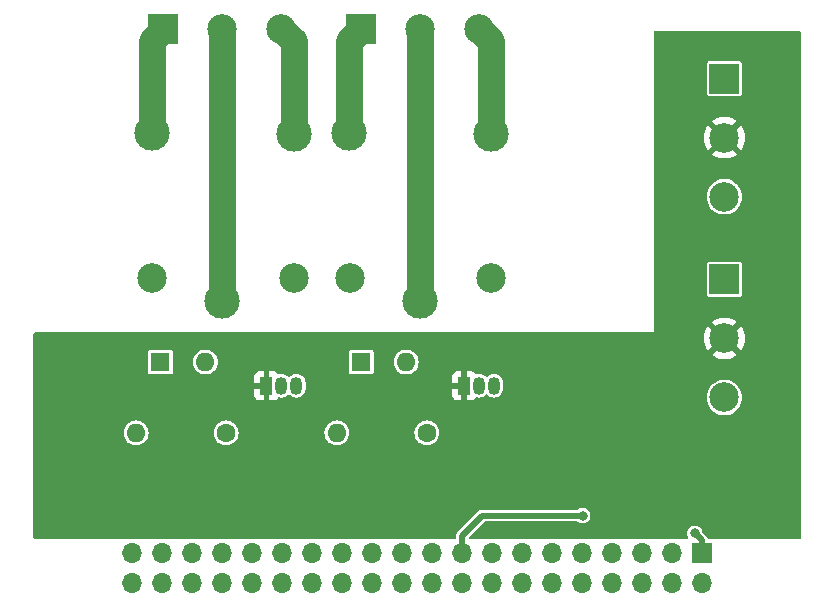
<source format=gbr>
%TF.GenerationSoftware,KiCad,Pcbnew,7.0.5-7.0.5~ubuntu22.04.1*%
%TF.CreationDate,2023-06-26T19:31:58-06:00*%
%TF.ProjectId,GaragePi_PCB,47617261-6765-4506-995f-5043422e6b69,rev?*%
%TF.SameCoordinates,Original*%
%TF.FileFunction,Copper,L2,Bot*%
%TF.FilePolarity,Positive*%
%FSLAX46Y46*%
G04 Gerber Fmt 4.6, Leading zero omitted, Abs format (unit mm)*
G04 Created by KiCad (PCBNEW 7.0.5-7.0.5~ubuntu22.04.1) date 2023-06-26 19:31:58*
%MOMM*%
%LPD*%
G01*
G04 APERTURE LIST*
%TA.AperFunction,ComponentPad*%
%ADD10R,2.500000X2.500000*%
%TD*%
%TA.AperFunction,ComponentPad*%
%ADD11C,2.500000*%
%TD*%
%TA.AperFunction,ComponentPad*%
%ADD12R,1.600000X1.600000*%
%TD*%
%TA.AperFunction,ComponentPad*%
%ADD13O,1.600000X1.600000*%
%TD*%
%TA.AperFunction,ComponentPad*%
%ADD14C,3.000000*%
%TD*%
%TA.AperFunction,ComponentPad*%
%ADD15R,1.050000X1.500000*%
%TD*%
%TA.AperFunction,ComponentPad*%
%ADD16O,1.050000X1.500000*%
%TD*%
%TA.AperFunction,ComponentPad*%
%ADD17C,1.600000*%
%TD*%
%TA.AperFunction,ComponentPad*%
%ADD18R,1.700000X1.700000*%
%TD*%
%TA.AperFunction,ComponentPad*%
%ADD19O,1.700000X1.700000*%
%TD*%
%TA.AperFunction,ViaPad*%
%ADD20C,0.800000*%
%TD*%
%TA.AperFunction,Conductor*%
%ADD21C,0.500000*%
%TD*%
%TA.AperFunction,Conductor*%
%ADD22C,2.300000*%
%TD*%
G04 APERTURE END LIST*
D10*
%TO.P,J4,1,Pin_1*%
%TO.N,+3.3V*%
X156000000Y-55500000D03*
D11*
%TO.P,J4,2,Pin_2*%
%TO.N,GND*%
X156000000Y-60500000D03*
%TO.P,J4,3,Pin_3*%
%TO.N,/SENSOR_1*%
X156000000Y-65500000D03*
%TD*%
D12*
%TO.P,D2,1,K*%
%TO.N,+5V*%
X125250686Y-79500000D03*
D13*
%TO.P,D2,2,A*%
%TO.N,Net-(D2-A)*%
X129060686Y-79500000D03*
%TD*%
D14*
%TO.P,K1,1*%
%TO.N,Net-(J1-Pin_2)*%
X113500000Y-74340000D03*
D11*
%TO.P,K1,2*%
%TO.N,Net-(D1-A)*%
X119550000Y-72390000D03*
D14*
%TO.P,K1,3*%
%TO.N,Net-(J1-Pin_3)*%
X119550000Y-60190000D03*
%TO.P,K1,4*%
%TO.N,Net-(J1-Pin_1)*%
X107500000Y-60140000D03*
D11*
%TO.P,K1,5*%
%TO.N,+5V*%
X107550000Y-72390000D03*
%TD*%
%TO.P,J1,3,Pin_3*%
%TO.N,Net-(J1-Pin_3)*%
X118500000Y-51300000D03*
%TO.P,J1,2,Pin_2*%
%TO.N,Net-(J1-Pin_2)*%
X113500000Y-51300000D03*
D10*
%TO.P,J1,1,Pin_1*%
%TO.N,Net-(J1-Pin_1)*%
X108500000Y-51300000D03*
%TD*%
D15*
%TO.P,Q2,1,E*%
%TO.N,GND*%
X133960000Y-81500000D03*
D16*
%TO.P,Q2,2,B*%
%TO.N,Net-(Q2-B)*%
X135230000Y-81500000D03*
%TO.P,Q2,3,C*%
%TO.N,Net-(D2-A)*%
X136500000Y-81500000D03*
%TD*%
D14*
%TO.P,K2,1*%
%TO.N,Net-(J2-Pin_2)*%
X130230000Y-74340000D03*
D11*
%TO.P,K2,2*%
%TO.N,Net-(D2-A)*%
X136280000Y-72390000D03*
D14*
%TO.P,K2,3*%
%TO.N,Net-(J2-Pin_3)*%
X136280000Y-60190000D03*
%TO.P,K2,4*%
%TO.N,Net-(J2-Pin_1)*%
X124230000Y-60140000D03*
D11*
%TO.P,K2,5*%
%TO.N,+5V*%
X124280000Y-72390000D03*
%TD*%
D10*
%TO.P,J5,1,Pin_1*%
%TO.N,+3.3V*%
X156000000Y-72500000D03*
D11*
%TO.P,J5,2,Pin_2*%
%TO.N,GND*%
X156000000Y-77500000D03*
%TO.P,J5,3,Pin_3*%
%TO.N,/SENSOR_2*%
X156000000Y-82500000D03*
%TD*%
D12*
%TO.P,D1,1,K*%
%TO.N,+5V*%
X108250686Y-79500000D03*
D13*
%TO.P,D1,2,A*%
%TO.N,Net-(D1-A)*%
X112060686Y-79500000D03*
%TD*%
D15*
%TO.P,Q1,1,E*%
%TO.N,GND*%
X117230000Y-81500000D03*
D16*
%TO.P,Q1,2,B*%
%TO.N,Net-(Q1-B)*%
X118500000Y-81500000D03*
%TO.P,Q1,3,C*%
%TO.N,Net-(D1-A)*%
X119770000Y-81500000D03*
%TD*%
D17*
%TO.P,R2,1*%
%TO.N,Net-(Q2-B)*%
X130810000Y-85500000D03*
D13*
%TO.P,R2,2*%
%TO.N,/RELAY_2*%
X123190000Y-85500000D03*
%TD*%
D11*
%TO.P,J2,3,Pin_3*%
%TO.N,Net-(J2-Pin_3)*%
X135230000Y-51300000D03*
%TO.P,J2,2,Pin_2*%
%TO.N,Net-(J2-Pin_2)*%
X130230000Y-51300000D03*
D10*
%TO.P,J2,1,Pin_1*%
%TO.N,Net-(J2-Pin_1)*%
X125230000Y-51300000D03*
%TD*%
D17*
%TO.P,R1,1*%
%TO.N,Net-(Q1-B)*%
X113810000Y-85500000D03*
D13*
%TO.P,R1,2*%
%TO.N,/RELAY_1*%
X106190000Y-85500000D03*
%TD*%
D18*
%TO.P,J3,1,3V3*%
%TO.N,+3.3V*%
X154100000Y-95710000D03*
D19*
%TO.P,J3,2,5V*%
%TO.N,+5V*%
X154100000Y-98250000D03*
%TO.P,J3,3,SDA/GPIO2*%
%TO.N,unconnected-(J3-SDA{slash}GPIO2-Pad3)*%
X151560000Y-95710000D03*
%TO.P,J3,4,5V*%
%TO.N,+5V*%
X151560000Y-98250000D03*
%TO.P,J3,5,SCL/GPIO3*%
%TO.N,unconnected-(J3-SCL{slash}GPIO3-Pad5)*%
X149020000Y-95710000D03*
%TO.P,J3,6,GND*%
%TO.N,GND*%
X149020000Y-98250000D03*
%TO.P,J3,7,GCLK0/GPIO4*%
%TO.N,unconnected-(J3-GCLK0{slash}GPIO4-Pad7)*%
X146480000Y-95710000D03*
%TO.P,J3,8,GPIO14/TXD*%
%TO.N,unconnected-(J3-GPIO14{slash}TXD-Pad8)*%
X146480000Y-98250000D03*
%TO.P,J3,9,GND*%
%TO.N,GND*%
X143940000Y-95710000D03*
%TO.P,J3,10,GPIO15/RXD*%
%TO.N,unconnected-(J3-GPIO15{slash}RXD-Pad10)*%
X143940000Y-98250000D03*
%TO.P,J3,11,GPIO17*%
%TO.N,/SENSOR_2*%
X141400000Y-95710000D03*
%TO.P,J3,12,GPIO18/PWM0*%
%TO.N,unconnected-(J3-GPIO18{slash}PWM0-Pad12)*%
X141400000Y-98250000D03*
%TO.P,J3,13,GPIO27*%
%TO.N,/SENSOR_1*%
X138860000Y-95710000D03*
%TO.P,J3,14,GND*%
%TO.N,GND*%
X138860000Y-98250000D03*
%TO.P,J3,15,GPIO22*%
%TO.N,/RELAY_1*%
X136320000Y-95710000D03*
%TO.P,J3,16,GPIO23*%
%TO.N,/RELAY_2*%
X136320000Y-98250000D03*
%TO.P,J3,17,3V3*%
%TO.N,+3.3V*%
X133780000Y-95710000D03*
%TO.P,J3,18,GPIO24*%
%TO.N,unconnected-(J3-GPIO24-Pad18)*%
X133780000Y-98250000D03*
%TO.P,J3,19,MOSI0/GPIO10*%
%TO.N,unconnected-(J3-MOSI0{slash}GPIO10-Pad19)*%
X131240000Y-95710000D03*
%TO.P,J3,20,GND*%
%TO.N,GND*%
X131240000Y-98250000D03*
%TO.P,J3,21,MISO0/GPIO9*%
%TO.N,unconnected-(J3-MISO0{slash}GPIO9-Pad21)*%
X128700000Y-95710000D03*
%TO.P,J3,22,GPIO25*%
%TO.N,unconnected-(J3-GPIO25-Pad22)*%
X128700000Y-98250000D03*
%TO.P,J3,23,SCLK0/GPIO11*%
%TO.N,unconnected-(J3-SCLK0{slash}GPIO11-Pad23)*%
X126160000Y-95710000D03*
%TO.P,J3,24,~{CE0}/GPIO8*%
%TO.N,unconnected-(J3-~{CE0}{slash}GPIO8-Pad24)*%
X126160000Y-98250000D03*
%TO.P,J3,25,GND*%
%TO.N,GND*%
X123620000Y-95710000D03*
%TO.P,J3,26,~{CE1}/GPIO7*%
%TO.N,unconnected-(J3-~{CE1}{slash}GPIO7-Pad26)*%
X123620000Y-98250000D03*
%TO.P,J3,27,ID_SD/GPIO0*%
%TO.N,unconnected-(J3-ID_SD{slash}GPIO0-Pad27)*%
X121080000Y-95710000D03*
%TO.P,J3,28,ID_SC/GPIO1*%
%TO.N,unconnected-(J3-ID_SC{slash}GPIO1-Pad28)*%
X121080000Y-98250000D03*
%TO.P,J3,29,GCLK1/GPIO5*%
%TO.N,unconnected-(J3-GCLK1{slash}GPIO5-Pad29)*%
X118540000Y-95710000D03*
%TO.P,J3,30,GND*%
%TO.N,GND*%
X118540000Y-98250000D03*
%TO.P,J3,31,GCLK2/GPIO6*%
%TO.N,unconnected-(J3-GCLK2{slash}GPIO6-Pad31)*%
X116000000Y-95710000D03*
%TO.P,J3,32,PWM0/GPIO12*%
%TO.N,unconnected-(J3-PWM0{slash}GPIO12-Pad32)*%
X116000000Y-98250000D03*
%TO.P,J3,33,PWM1/GPIO13*%
%TO.N,unconnected-(J3-PWM1{slash}GPIO13-Pad33)*%
X113460000Y-95710000D03*
%TO.P,J3,34,GND*%
%TO.N,GND*%
X113460000Y-98250000D03*
%TO.P,J3,35,GPIO19/MISO1*%
%TO.N,unconnected-(J3-GPIO19{slash}MISO1-Pad35)*%
X110920000Y-95710000D03*
%TO.P,J3,36,GPIO16*%
%TO.N,unconnected-(J3-GPIO16-Pad36)*%
X110920000Y-98250000D03*
%TO.P,J3,37,GPIO26*%
%TO.N,unconnected-(J3-GPIO26-Pad37)*%
X108380000Y-95710000D03*
%TO.P,J3,38,GPIO20/MOSI1*%
%TO.N,unconnected-(J3-GPIO20{slash}MOSI1-Pad38)*%
X108380000Y-98250000D03*
%TO.P,J3,39,GND*%
%TO.N,GND*%
X105840000Y-95710000D03*
%TO.P,J3,40,GPIO21/SCLK1*%
%TO.N,unconnected-(J3-GPIO21{slash}SCLK1-Pad40)*%
X105840000Y-98250000D03*
%TD*%
D20*
%TO.N,GND*%
X106000000Y-94000000D03*
X114500000Y-94000000D03*
X120000000Y-94000000D03*
X123500000Y-94000000D03*
X130000000Y-94000000D03*
X140000000Y-94000000D03*
X148000000Y-94000000D03*
X144000000Y-94000000D03*
%TO.N,+3.3V*%
X153500000Y-94000000D03*
X144000000Y-92500000D03*
%TD*%
D21*
%TO.N,+3.3V*%
X135500000Y-92500000D02*
X144000000Y-92500000D01*
X154100000Y-94600000D02*
X154100000Y-95710000D01*
X153500000Y-94000000D02*
X154100000Y-94600000D01*
X133780000Y-95710000D02*
X133780000Y-94220000D01*
X133780000Y-94220000D02*
X135500000Y-92500000D01*
D22*
%TO.N,Net-(J2-Pin_2)*%
X130230000Y-51300000D02*
X130230000Y-74340000D01*
%TO.N,Net-(J2-Pin_3)*%
X136280000Y-60190000D02*
X136280000Y-52350000D01*
X136280000Y-52350000D02*
X135230000Y-51300000D01*
%TO.N,Net-(J2-Pin_1)*%
X124230000Y-60140000D02*
X124230000Y-52300000D01*
X124230000Y-52300000D02*
X125230000Y-51300000D01*
%TO.N,Net-(J1-Pin_3)*%
X119550000Y-60190000D02*
X119550000Y-52350000D01*
X119550000Y-52350000D02*
X118500000Y-51300000D01*
%TO.N,Net-(J1-Pin_1)*%
X107500000Y-60140000D02*
X107500000Y-52300000D01*
X107500000Y-52300000D02*
X108500000Y-51300000D01*
%TO.N,Net-(J1-Pin_2)*%
X113500000Y-74340000D02*
X113500000Y-51300000D01*
%TD*%
%TA.AperFunction,Conductor*%
%TO.N,GND*%
G36*
X162442539Y-51519685D02*
G01*
X162488294Y-51572489D01*
X162499500Y-51624000D01*
X162499500Y-94376000D01*
X162479815Y-94443039D01*
X162427011Y-94488794D01*
X162375500Y-94500000D01*
X154684244Y-94500000D01*
X154617205Y-94480315D01*
X154571452Y-94427516D01*
X154570525Y-94425487D01*
X154563603Y-94410331D01*
X154561936Y-94406305D01*
X154543796Y-94357669D01*
X154540905Y-94353807D01*
X154527379Y-94331010D01*
X154525377Y-94326627D01*
X154506224Y-94304523D01*
X154491411Y-94287427D01*
X154488633Y-94283979D01*
X154479229Y-94271417D01*
X154479224Y-94271412D01*
X154479221Y-94271407D01*
X154468097Y-94260283D01*
X154465103Y-94257067D01*
X154431128Y-94217857D01*
X154431125Y-94217854D01*
X154427066Y-94215246D01*
X154406428Y-94198614D01*
X154178274Y-93970460D01*
X154144789Y-93909137D01*
X154142859Y-93897724D01*
X154142091Y-93891402D01*
X154136237Y-93843182D01*
X154134217Y-93837857D01*
X154114992Y-93787164D01*
X154080220Y-93695477D01*
X153990483Y-93565470D01*
X153872240Y-93460717D01*
X153872238Y-93460716D01*
X153872237Y-93460715D01*
X153732365Y-93387303D01*
X153578986Y-93349500D01*
X153578985Y-93349500D01*
X153421015Y-93349500D01*
X153421014Y-93349500D01*
X153267634Y-93387303D01*
X153127762Y-93460715D01*
X153009516Y-93565471D01*
X152919781Y-93695475D01*
X152919780Y-93695476D01*
X152863762Y-93843181D01*
X152844722Y-93999999D01*
X152844722Y-94000000D01*
X152863762Y-94156818D01*
X152919780Y-94304523D01*
X152920494Y-94305557D01*
X152920783Y-94306434D01*
X152923267Y-94311167D01*
X152922480Y-94311579D01*
X152942379Y-94371911D01*
X152924915Y-94439563D01*
X152873649Y-94487034D01*
X152818446Y-94500000D01*
X134507175Y-94500000D01*
X134440136Y-94480315D01*
X134394381Y-94427511D01*
X134384437Y-94358353D01*
X134413462Y-94294797D01*
X134419494Y-94288319D01*
X135670994Y-93036819D01*
X135732317Y-93003334D01*
X135758675Y-93000500D01*
X143536956Y-93000500D01*
X143603995Y-93020185D01*
X143619179Y-93031681D01*
X143627760Y-93039283D01*
X143627762Y-93039284D01*
X143627766Y-93039287D01*
X143767634Y-93112696D01*
X143921014Y-93150500D01*
X143921015Y-93150500D01*
X144078985Y-93150500D01*
X144232365Y-93112696D01*
X144232364Y-93112696D01*
X144372240Y-93039283D01*
X144490483Y-92934530D01*
X144580220Y-92804523D01*
X144636237Y-92656818D01*
X144655278Y-92500000D01*
X144636237Y-92343182D01*
X144580220Y-92195477D01*
X144490483Y-92065470D01*
X144372240Y-91960717D01*
X144372238Y-91960716D01*
X144372237Y-91960715D01*
X144232365Y-91887303D01*
X144078986Y-91849500D01*
X144078985Y-91849500D01*
X143921015Y-91849500D01*
X143921014Y-91849500D01*
X143767634Y-91887303D01*
X143627766Y-91960712D01*
X143627762Y-91960715D01*
X143627759Y-91960717D01*
X143627760Y-91960717D01*
X143619181Y-91968316D01*
X143555950Y-91998037D01*
X143536956Y-91999500D01*
X135567143Y-91999500D01*
X135540785Y-91996666D01*
X135536074Y-91995641D01*
X135536070Y-91995641D01*
X135502575Y-91998037D01*
X135484328Y-91999342D01*
X135479906Y-91999500D01*
X135464199Y-91999500D01*
X135448656Y-92001734D01*
X135444260Y-92002207D01*
X135392517Y-92005909D01*
X135392513Y-92005910D01*
X135387986Y-92007598D01*
X135362327Y-92014146D01*
X135357550Y-92014833D01*
X135357543Y-92014835D01*
X135310353Y-92036385D01*
X135306264Y-92038078D01*
X135257675Y-92056200D01*
X135257668Y-92056204D01*
X135253800Y-92059100D01*
X135231019Y-92072617D01*
X135226628Y-92074622D01*
X135187428Y-92108587D01*
X135183988Y-92111360D01*
X135171408Y-92120778D01*
X135160298Y-92131886D01*
X135157064Y-92134897D01*
X135117858Y-92168870D01*
X135117856Y-92168873D01*
X135115245Y-92172936D01*
X135098615Y-92193570D01*
X133473568Y-93818616D01*
X133452938Y-93835243D01*
X133448876Y-93837854D01*
X133448867Y-93837861D01*
X133414905Y-93877055D01*
X133411892Y-93880291D01*
X133400781Y-93891402D01*
X133391354Y-93903996D01*
X133388587Y-93907428D01*
X133375375Y-93922676D01*
X133354623Y-93946626D01*
X133354617Y-93946636D01*
X133352615Y-93951020D01*
X133339100Y-93973799D01*
X133336206Y-93977664D01*
X133336200Y-93977675D01*
X133318078Y-94026264D01*
X133316385Y-94030353D01*
X133294835Y-94077543D01*
X133294833Y-94077550D01*
X133294146Y-94082327D01*
X133287598Y-94107986D01*
X133285910Y-94112513D01*
X133285909Y-94112517D01*
X133282207Y-94164260D01*
X133281734Y-94168656D01*
X133279500Y-94184199D01*
X133279500Y-94199904D01*
X133279342Y-94204329D01*
X133275640Y-94256070D01*
X133275641Y-94256073D01*
X133276666Y-94260788D01*
X133279499Y-94287139D01*
X133279499Y-94376000D01*
X133259814Y-94443039D01*
X133207010Y-94488794D01*
X133155499Y-94500000D01*
X97624500Y-94500000D01*
X97557461Y-94480315D01*
X97511706Y-94427511D01*
X97500500Y-94376000D01*
X97500500Y-85499999D01*
X105134417Y-85499999D01*
X105154699Y-85705932D01*
X105154700Y-85705934D01*
X105214768Y-85903954D01*
X105312315Y-86086450D01*
X105312317Y-86086452D01*
X105443589Y-86246410D01*
X105540209Y-86325702D01*
X105603550Y-86377685D01*
X105786046Y-86475232D01*
X105984066Y-86535300D01*
X105984065Y-86535300D01*
X106002529Y-86537118D01*
X106190000Y-86555583D01*
X106395934Y-86535300D01*
X106593954Y-86475232D01*
X106776450Y-86377685D01*
X106936410Y-86246410D01*
X107067685Y-86086450D01*
X107165232Y-85903954D01*
X107225300Y-85705934D01*
X107245583Y-85500000D01*
X107245583Y-85499999D01*
X112754417Y-85499999D01*
X112774699Y-85705932D01*
X112774700Y-85705934D01*
X112834768Y-85903954D01*
X112932315Y-86086450D01*
X112932317Y-86086452D01*
X113063589Y-86246410D01*
X113160209Y-86325702D01*
X113223550Y-86377685D01*
X113406046Y-86475232D01*
X113604066Y-86535300D01*
X113604065Y-86535300D01*
X113624347Y-86537297D01*
X113810000Y-86555583D01*
X114015934Y-86535300D01*
X114213954Y-86475232D01*
X114396450Y-86377685D01*
X114556410Y-86246410D01*
X114687685Y-86086450D01*
X114785232Y-85903954D01*
X114845300Y-85705934D01*
X114865583Y-85500000D01*
X114865583Y-85499999D01*
X122134417Y-85499999D01*
X122154699Y-85705932D01*
X122154700Y-85705934D01*
X122214768Y-85903954D01*
X122312315Y-86086450D01*
X122312317Y-86086452D01*
X122443589Y-86246410D01*
X122540209Y-86325702D01*
X122603550Y-86377685D01*
X122786046Y-86475232D01*
X122984066Y-86535300D01*
X122984065Y-86535300D01*
X123002529Y-86537118D01*
X123190000Y-86555583D01*
X123395934Y-86535300D01*
X123593954Y-86475232D01*
X123776450Y-86377685D01*
X123936410Y-86246410D01*
X124067685Y-86086450D01*
X124165232Y-85903954D01*
X124225300Y-85705934D01*
X124245583Y-85500000D01*
X129754417Y-85500000D01*
X129774699Y-85705932D01*
X129774700Y-85705934D01*
X129834768Y-85903954D01*
X129932315Y-86086450D01*
X129932317Y-86086452D01*
X130063589Y-86246410D01*
X130160209Y-86325702D01*
X130223550Y-86377685D01*
X130406046Y-86475232D01*
X130604066Y-86535300D01*
X130604065Y-86535300D01*
X130622529Y-86537118D01*
X130810000Y-86555583D01*
X131015934Y-86535300D01*
X131213954Y-86475232D01*
X131396450Y-86377685D01*
X131556410Y-86246410D01*
X131687685Y-86086450D01*
X131785232Y-85903954D01*
X131845300Y-85705934D01*
X131865583Y-85500000D01*
X131845300Y-85294066D01*
X131785232Y-85096046D01*
X131687685Y-84913550D01*
X131635702Y-84850209D01*
X131556410Y-84753589D01*
X131396452Y-84622317D01*
X131396453Y-84622317D01*
X131396450Y-84622315D01*
X131213954Y-84524768D01*
X131015934Y-84464700D01*
X131015932Y-84464699D01*
X131015934Y-84464699D01*
X130810000Y-84444417D01*
X130604067Y-84464699D01*
X130406043Y-84524769D01*
X130295898Y-84583643D01*
X130223550Y-84622315D01*
X130223548Y-84622316D01*
X130223547Y-84622317D01*
X130063589Y-84753589D01*
X129932317Y-84913547D01*
X129834769Y-85096043D01*
X129774699Y-85294067D01*
X129754417Y-85500000D01*
X124245583Y-85500000D01*
X124225300Y-85294066D01*
X124165232Y-85096046D01*
X124067685Y-84913550D01*
X124015702Y-84850209D01*
X123936410Y-84753589D01*
X123776452Y-84622317D01*
X123776453Y-84622317D01*
X123776450Y-84622315D01*
X123593954Y-84524768D01*
X123395934Y-84464700D01*
X123395932Y-84464699D01*
X123395934Y-84464699D01*
X123208463Y-84446235D01*
X123190000Y-84444417D01*
X123189999Y-84444417D01*
X122984067Y-84464699D01*
X122786043Y-84524769D01*
X122675898Y-84583643D01*
X122603550Y-84622315D01*
X122603548Y-84622316D01*
X122603547Y-84622317D01*
X122443589Y-84753589D01*
X122312317Y-84913547D01*
X122214769Y-85096043D01*
X122154699Y-85294067D01*
X122134417Y-85499999D01*
X114865583Y-85499999D01*
X114845300Y-85294066D01*
X114785232Y-85096046D01*
X114687685Y-84913550D01*
X114635702Y-84850209D01*
X114556410Y-84753589D01*
X114396452Y-84622317D01*
X114396453Y-84622317D01*
X114396450Y-84622315D01*
X114213954Y-84524768D01*
X114015934Y-84464700D01*
X114015932Y-84464699D01*
X114015934Y-84464699D01*
X113828463Y-84446235D01*
X113810000Y-84444417D01*
X113809999Y-84444417D01*
X113604067Y-84464699D01*
X113406043Y-84524769D01*
X113295898Y-84583643D01*
X113223550Y-84622315D01*
X113223548Y-84622316D01*
X113223547Y-84622317D01*
X113063589Y-84753589D01*
X112932317Y-84913547D01*
X112834769Y-85096043D01*
X112774699Y-85294067D01*
X112754417Y-85499999D01*
X107245583Y-85499999D01*
X107225300Y-85294066D01*
X107165232Y-85096046D01*
X107067685Y-84913550D01*
X107015702Y-84850209D01*
X106936410Y-84753589D01*
X106776452Y-84622317D01*
X106776453Y-84622317D01*
X106776450Y-84622315D01*
X106593954Y-84524768D01*
X106395934Y-84464700D01*
X106395932Y-84464699D01*
X106395934Y-84464699D01*
X106208463Y-84446235D01*
X106190000Y-84444417D01*
X106189999Y-84444417D01*
X105984067Y-84464699D01*
X105786043Y-84524769D01*
X105675898Y-84583643D01*
X105603550Y-84622315D01*
X105603548Y-84622316D01*
X105603547Y-84622317D01*
X105443589Y-84753589D01*
X105312317Y-84913547D01*
X105214769Y-85096043D01*
X105154699Y-85294067D01*
X105134417Y-85499999D01*
X97500500Y-85499999D01*
X97500500Y-82297844D01*
X116205000Y-82297844D01*
X116211401Y-82357372D01*
X116211403Y-82357379D01*
X116261645Y-82492086D01*
X116261649Y-82492093D01*
X116347809Y-82607187D01*
X116347812Y-82607190D01*
X116462906Y-82693350D01*
X116462913Y-82693354D01*
X116597620Y-82743596D01*
X116597627Y-82743598D01*
X116657155Y-82749999D01*
X116657172Y-82750000D01*
X116980000Y-82750000D01*
X116980000Y-81780617D01*
X117049052Y-81834363D01*
X117167424Y-81875000D01*
X117261073Y-81875000D01*
X117353446Y-81859586D01*
X117463514Y-81800019D01*
X117480000Y-81782110D01*
X117480000Y-82750000D01*
X117802828Y-82750000D01*
X117802844Y-82749999D01*
X117862372Y-82743598D01*
X117862379Y-82743596D01*
X117997086Y-82693354D01*
X117997093Y-82693350D01*
X118112186Y-82607191D01*
X118174172Y-82524389D01*
X118230106Y-82482518D01*
X118299797Y-82477534D01*
X118314375Y-82481653D01*
X118326343Y-82485841D01*
X118326349Y-82485841D01*
X118326350Y-82485842D01*
X118499996Y-82505407D01*
X118500000Y-82505407D01*
X118500004Y-82505407D01*
X118673648Y-82485842D01*
X118673647Y-82485842D01*
X118673657Y-82485841D01*
X118838606Y-82428122D01*
X118986576Y-82335147D01*
X119047319Y-82274403D01*
X119108642Y-82240919D01*
X119178334Y-82245903D01*
X119222681Y-82274404D01*
X119283424Y-82335147D01*
X119431394Y-82428122D01*
X119596343Y-82485841D01*
X119596349Y-82485841D01*
X119596351Y-82485842D01*
X119769996Y-82505407D01*
X119770000Y-82505407D01*
X119770004Y-82505407D01*
X119943648Y-82485842D01*
X119943647Y-82485842D01*
X119943657Y-82485841D01*
X120108606Y-82428122D01*
X120256576Y-82335147D01*
X120380147Y-82211576D01*
X120473122Y-82063606D01*
X120530841Y-81898657D01*
X120545500Y-81768552D01*
X120545500Y-81249999D01*
X132934999Y-81249999D01*
X132935000Y-81250000D01*
X133680440Y-81250000D01*
X133641722Y-81292059D01*
X133591449Y-81406670D01*
X133581114Y-81531395D01*
X133611837Y-81652719D01*
X133675394Y-81750000D01*
X132935000Y-81750000D01*
X132935000Y-82297844D01*
X132941401Y-82357372D01*
X132941403Y-82357379D01*
X132991645Y-82492086D01*
X132991649Y-82492093D01*
X133077809Y-82607187D01*
X133077812Y-82607190D01*
X133192906Y-82693350D01*
X133192913Y-82693354D01*
X133327620Y-82743596D01*
X133327627Y-82743598D01*
X133387155Y-82749999D01*
X133387172Y-82750000D01*
X133709999Y-82750000D01*
X133709999Y-81780617D01*
X133779052Y-81834363D01*
X133897424Y-81875000D01*
X133991073Y-81875000D01*
X134083446Y-81859586D01*
X134193514Y-81800019D01*
X134210000Y-81782110D01*
X134210000Y-82750000D01*
X134532828Y-82750000D01*
X134532844Y-82749999D01*
X134592372Y-82743598D01*
X134592379Y-82743596D01*
X134727086Y-82693354D01*
X134727093Y-82693350D01*
X134842186Y-82607191D01*
X134904172Y-82524389D01*
X134960106Y-82482518D01*
X135029797Y-82477534D01*
X135044375Y-82481653D01*
X135056343Y-82485841D01*
X135056349Y-82485841D01*
X135056350Y-82485842D01*
X135229996Y-82505407D01*
X135230000Y-82505407D01*
X135230004Y-82505407D01*
X135403648Y-82485842D01*
X135403647Y-82485842D01*
X135403657Y-82485841D01*
X135568606Y-82428122D01*
X135716576Y-82335147D01*
X135777319Y-82274403D01*
X135838642Y-82240919D01*
X135908334Y-82245903D01*
X135952681Y-82274404D01*
X136013424Y-82335147D01*
X136161394Y-82428122D01*
X136326343Y-82485841D01*
X136326349Y-82485841D01*
X136326351Y-82485842D01*
X136499996Y-82505407D01*
X136500000Y-82505407D01*
X136500004Y-82505407D01*
X136547948Y-82500005D01*
X154494357Y-82500005D01*
X154514890Y-82747812D01*
X154514892Y-82747824D01*
X154575936Y-82988881D01*
X154675826Y-83216606D01*
X154811833Y-83424782D01*
X154811836Y-83424785D01*
X154980256Y-83607738D01*
X155176491Y-83760474D01*
X155395190Y-83878828D01*
X155630386Y-83959571D01*
X155875665Y-84000500D01*
X156124335Y-84000500D01*
X156369614Y-83959571D01*
X156604810Y-83878828D01*
X156823509Y-83760474D01*
X157019744Y-83607738D01*
X157188164Y-83424785D01*
X157324173Y-83216607D01*
X157424063Y-82988881D01*
X157485108Y-82747821D01*
X157485458Y-82743596D01*
X157505643Y-82500005D01*
X157505643Y-82499994D01*
X157485109Y-82252187D01*
X157485107Y-82252175D01*
X157424063Y-82011118D01*
X157324173Y-81783393D01*
X157188166Y-81575217D01*
X157147825Y-81531395D01*
X157019744Y-81392262D01*
X156823509Y-81239526D01*
X156823507Y-81239525D01*
X156823506Y-81239524D01*
X156604811Y-81121172D01*
X156604802Y-81121169D01*
X156369616Y-81040429D01*
X156124335Y-80999500D01*
X155875665Y-80999500D01*
X155630383Y-81040429D01*
X155395197Y-81121169D01*
X155395188Y-81121172D01*
X155176493Y-81239524D01*
X154980257Y-81392261D01*
X154811833Y-81575217D01*
X154675826Y-81783393D01*
X154575936Y-82011118D01*
X154514892Y-82252175D01*
X154514890Y-82252187D01*
X154494357Y-82499994D01*
X154494357Y-82500005D01*
X136547948Y-82500005D01*
X136673648Y-82485842D01*
X136673647Y-82485842D01*
X136673657Y-82485841D01*
X136838606Y-82428122D01*
X136986576Y-82335147D01*
X137110147Y-82211576D01*
X137203122Y-82063606D01*
X137260841Y-81898657D01*
X137275500Y-81768552D01*
X137275500Y-81231448D01*
X137260841Y-81101343D01*
X137203122Y-80936394D01*
X137110147Y-80788424D01*
X136986576Y-80664853D01*
X136838606Y-80571878D01*
X136838605Y-80571877D01*
X136838604Y-80571877D01*
X136673658Y-80514159D01*
X136673648Y-80514157D01*
X136500004Y-80494593D01*
X136499996Y-80494593D01*
X136326351Y-80514157D01*
X136326341Y-80514159D01*
X136161395Y-80571877D01*
X136013423Y-80664853D01*
X135952681Y-80725596D01*
X135891358Y-80759081D01*
X135821666Y-80754097D01*
X135777319Y-80725596D01*
X135716576Y-80664853D01*
X135568604Y-80571877D01*
X135403658Y-80514159D01*
X135403648Y-80514157D01*
X135230004Y-80494593D01*
X135229996Y-80494593D01*
X135056348Y-80514157D01*
X135056333Y-80514161D01*
X135044390Y-80518340D01*
X134974611Y-80521901D01*
X134913984Y-80487170D01*
X134904171Y-80475609D01*
X134842186Y-80392809D01*
X134727093Y-80306649D01*
X134727086Y-80306645D01*
X134592379Y-80256403D01*
X134592372Y-80256401D01*
X134532844Y-80250000D01*
X134210000Y-80250000D01*
X134210000Y-81219382D01*
X134140948Y-81165637D01*
X134022576Y-81125000D01*
X133928927Y-81125000D01*
X133836554Y-81140414D01*
X133726486Y-81199981D01*
X133709999Y-81217890D01*
X133710000Y-80250000D01*
X133387155Y-80250000D01*
X133327627Y-80256401D01*
X133327620Y-80256403D01*
X133192913Y-80306645D01*
X133192906Y-80306649D01*
X133077812Y-80392809D01*
X133077809Y-80392812D01*
X132991649Y-80507906D01*
X132991645Y-80507913D01*
X132941403Y-80642620D01*
X132941401Y-80642627D01*
X132935000Y-80702155D01*
X132935000Y-80702172D01*
X132934999Y-81249999D01*
X120545500Y-81249999D01*
X120545500Y-81231448D01*
X120530841Y-81101343D01*
X120473122Y-80936394D01*
X120380147Y-80788424D01*
X120256576Y-80664853D01*
X120108606Y-80571878D01*
X120108605Y-80571877D01*
X120108604Y-80571877D01*
X119943658Y-80514159D01*
X119943648Y-80514157D01*
X119770004Y-80494593D01*
X119769996Y-80494593D01*
X119596351Y-80514157D01*
X119596341Y-80514159D01*
X119431395Y-80571877D01*
X119283423Y-80664853D01*
X119222681Y-80725596D01*
X119161358Y-80759081D01*
X119091666Y-80754097D01*
X119047319Y-80725596D01*
X118986576Y-80664853D01*
X118838604Y-80571877D01*
X118673658Y-80514159D01*
X118673648Y-80514157D01*
X118500004Y-80494593D01*
X118499996Y-80494593D01*
X118326348Y-80514157D01*
X118326333Y-80514161D01*
X118314390Y-80518340D01*
X118244611Y-80521901D01*
X118183984Y-80487170D01*
X118174171Y-80475609D01*
X118112186Y-80392809D01*
X118021176Y-80324678D01*
X124200186Y-80324678D01*
X124214718Y-80397735D01*
X124214719Y-80397739D01*
X124214720Y-80397740D01*
X124270085Y-80480601D01*
X124331896Y-80521901D01*
X124352946Y-80535966D01*
X124352950Y-80535967D01*
X124426007Y-80550499D01*
X124426010Y-80550500D01*
X124426012Y-80550500D01*
X126075362Y-80550500D01*
X126075363Y-80550499D01*
X126148426Y-80535966D01*
X126231287Y-80480601D01*
X126286652Y-80397740D01*
X126301186Y-80324674D01*
X126301186Y-79500000D01*
X128005103Y-79500000D01*
X128025385Y-79705932D01*
X128025386Y-79705934D01*
X128085454Y-79903954D01*
X128183001Y-80086450D01*
X128183003Y-80086452D01*
X128314275Y-80246410D01*
X128387673Y-80306645D01*
X128474236Y-80377685D01*
X128656732Y-80475232D01*
X128854752Y-80535300D01*
X128854751Y-80535300D01*
X128873215Y-80537118D01*
X129060686Y-80555583D01*
X129266620Y-80535300D01*
X129464640Y-80475232D01*
X129647136Y-80377685D01*
X129807096Y-80246410D01*
X129938371Y-80086450D01*
X130035918Y-79903954D01*
X130095986Y-79705934D01*
X130116269Y-79500000D01*
X130095986Y-79294066D01*
X130035918Y-79096046D01*
X129938371Y-78913550D01*
X129886388Y-78850209D01*
X129807096Y-78753589D01*
X129647138Y-78622317D01*
X129647139Y-78622317D01*
X129647136Y-78622315D01*
X129464640Y-78524768D01*
X129266620Y-78464700D01*
X129266618Y-78464699D01*
X129266620Y-78464699D01*
X129060686Y-78444417D01*
X128854753Y-78464699D01*
X128656729Y-78524769D01*
X128546584Y-78583643D01*
X128474236Y-78622315D01*
X128474234Y-78622316D01*
X128474233Y-78622317D01*
X128314275Y-78753589D01*
X128183003Y-78913547D01*
X128085455Y-79096043D01*
X128025385Y-79294067D01*
X128005103Y-79500000D01*
X126301186Y-79500000D01*
X126301186Y-78675326D01*
X126301185Y-78675325D01*
X126301186Y-78675323D01*
X126301185Y-78675321D01*
X126286653Y-78602264D01*
X126286652Y-78602260D01*
X126286651Y-78602259D01*
X126231287Y-78519399D01*
X126149423Y-78464700D01*
X126148425Y-78464033D01*
X126148421Y-78464032D01*
X126075363Y-78449500D01*
X126075360Y-78449500D01*
X124426012Y-78449500D01*
X124426009Y-78449500D01*
X124352950Y-78464032D01*
X124352946Y-78464033D01*
X124270085Y-78519399D01*
X124214719Y-78602260D01*
X124214718Y-78602264D01*
X124200186Y-78675321D01*
X124200186Y-80324678D01*
X118021176Y-80324678D01*
X117997093Y-80306649D01*
X117997086Y-80306645D01*
X117862379Y-80256403D01*
X117862372Y-80256401D01*
X117802844Y-80250000D01*
X117480000Y-80250000D01*
X117480000Y-81219382D01*
X117410948Y-81165637D01*
X117292576Y-81125000D01*
X117198927Y-81125000D01*
X117106554Y-81140414D01*
X116996486Y-81199981D01*
X116980000Y-81217889D01*
X116980000Y-80250000D01*
X116657155Y-80250000D01*
X116597627Y-80256401D01*
X116597620Y-80256403D01*
X116462913Y-80306645D01*
X116462906Y-80306649D01*
X116347812Y-80392809D01*
X116347809Y-80392812D01*
X116261649Y-80507906D01*
X116261645Y-80507913D01*
X116211403Y-80642620D01*
X116211401Y-80642627D01*
X116205000Y-80702155D01*
X116205000Y-81250000D01*
X116950440Y-81250000D01*
X116911722Y-81292059D01*
X116861449Y-81406670D01*
X116851114Y-81531395D01*
X116881837Y-81652719D01*
X116945394Y-81750000D01*
X116205000Y-81750000D01*
X116205000Y-82297844D01*
X97500500Y-82297844D01*
X97500500Y-80324678D01*
X107200186Y-80324678D01*
X107214718Y-80397735D01*
X107214719Y-80397739D01*
X107214720Y-80397740D01*
X107270085Y-80480601D01*
X107331896Y-80521901D01*
X107352946Y-80535966D01*
X107352950Y-80535967D01*
X107426007Y-80550499D01*
X107426010Y-80550500D01*
X107426012Y-80550500D01*
X109075362Y-80550500D01*
X109075363Y-80550499D01*
X109148426Y-80535966D01*
X109231287Y-80480601D01*
X109286652Y-80397740D01*
X109301186Y-80324674D01*
X109301186Y-79500000D01*
X111005103Y-79500000D01*
X111025385Y-79705932D01*
X111025386Y-79705934D01*
X111085454Y-79903954D01*
X111183001Y-80086450D01*
X111183003Y-80086452D01*
X111314275Y-80246410D01*
X111387673Y-80306645D01*
X111474236Y-80377685D01*
X111656732Y-80475232D01*
X111854752Y-80535300D01*
X111854751Y-80535300D01*
X111875034Y-80537297D01*
X112060686Y-80555583D01*
X112266620Y-80535300D01*
X112464640Y-80475232D01*
X112647136Y-80377685D01*
X112807096Y-80246410D01*
X112938371Y-80086450D01*
X113035918Y-79903954D01*
X113095986Y-79705934D01*
X113116269Y-79500000D01*
X113095986Y-79294066D01*
X113035918Y-79096046D01*
X112938371Y-78913550D01*
X112886388Y-78850209D01*
X112807096Y-78753589D01*
X112647138Y-78622317D01*
X112647139Y-78622317D01*
X112647136Y-78622315D01*
X112464640Y-78524768D01*
X112266620Y-78464700D01*
X112266618Y-78464699D01*
X112266620Y-78464699D01*
X112079149Y-78446235D01*
X112060686Y-78444417D01*
X112060685Y-78444417D01*
X111854753Y-78464699D01*
X111656729Y-78524769D01*
X111546583Y-78583643D01*
X111474236Y-78622315D01*
X111474234Y-78622316D01*
X111474233Y-78622317D01*
X111314275Y-78753589D01*
X111183003Y-78913547D01*
X111085455Y-79096043D01*
X111025385Y-79294067D01*
X111005103Y-79500000D01*
X109301186Y-79500000D01*
X109301186Y-78675326D01*
X109301186Y-78675323D01*
X109301185Y-78675321D01*
X109286653Y-78602264D01*
X109286652Y-78602260D01*
X109286652Y-78602259D01*
X109231287Y-78519399D01*
X109149423Y-78464700D01*
X109148425Y-78464033D01*
X109148421Y-78464032D01*
X109075363Y-78449500D01*
X109075360Y-78449500D01*
X107426012Y-78449500D01*
X107426009Y-78449500D01*
X107352950Y-78464032D01*
X107352946Y-78464033D01*
X107270085Y-78519399D01*
X107214719Y-78602260D01*
X107214718Y-78602264D01*
X107200186Y-78675321D01*
X107200186Y-80324678D01*
X97500500Y-80324678D01*
X97500500Y-77500004D01*
X154245093Y-77500004D01*
X154264692Y-77761545D01*
X154264693Y-77761550D01*
X154323058Y-78017270D01*
X154418883Y-78261426D01*
X154418882Y-78261426D01*
X154550030Y-78488577D01*
X154597873Y-78548571D01*
X154597874Y-78548571D01*
X155397452Y-77748993D01*
X155407188Y-77778956D01*
X155495186Y-77917619D01*
X155614903Y-78030040D01*
X155749510Y-78104041D01*
X154950831Y-78902720D01*
X155122546Y-79019793D01*
X155122550Y-79019795D01*
X155358854Y-79133594D01*
X155358858Y-79133595D01*
X155609494Y-79210907D01*
X155609500Y-79210909D01*
X155868848Y-79249999D01*
X155868857Y-79250000D01*
X156131143Y-79250000D01*
X156131151Y-79249999D01*
X156390499Y-79210909D01*
X156390505Y-79210907D01*
X156641143Y-79133595D01*
X156877445Y-79019798D01*
X156877456Y-79019791D01*
X157049167Y-78902720D01*
X156247534Y-78101086D01*
X156315629Y-78074126D01*
X156448492Y-77977595D01*
X156553175Y-77851055D01*
X156601631Y-77748078D01*
X157402124Y-78548571D01*
X157449974Y-78488570D01*
X157581116Y-78261426D01*
X157676941Y-78017270D01*
X157735306Y-77761550D01*
X157735307Y-77761545D01*
X157754907Y-77500004D01*
X157754907Y-77499995D01*
X157735307Y-77238454D01*
X157735306Y-77238449D01*
X157676941Y-76982729D01*
X157581116Y-76738573D01*
X157581117Y-76738573D01*
X157449971Y-76511426D01*
X157402125Y-76451427D01*
X156602547Y-77251005D01*
X156592812Y-77221044D01*
X156504814Y-77082381D01*
X156385097Y-76969960D01*
X156250487Y-76895957D01*
X157049167Y-76097278D01*
X156877447Y-75980202D01*
X156877445Y-75980201D01*
X156641142Y-75866404D01*
X156641144Y-75866404D01*
X156390505Y-75789092D01*
X156390499Y-75789090D01*
X156131151Y-75750000D01*
X155868848Y-75750000D01*
X155609500Y-75789090D01*
X155609494Y-75789092D01*
X155358858Y-75866404D01*
X155358854Y-75866405D01*
X155122550Y-75980204D01*
X155122546Y-75980206D01*
X154950832Y-76097278D01*
X155752465Y-76898913D01*
X155684371Y-76925874D01*
X155551508Y-77022405D01*
X155446825Y-77148945D01*
X155398367Y-77251921D01*
X154597873Y-76451427D01*
X154550029Y-76511423D01*
X154418883Y-76738573D01*
X154323058Y-76982729D01*
X154264693Y-77238449D01*
X154264692Y-77238454D01*
X154245093Y-77499995D01*
X154245093Y-77500004D01*
X97500500Y-77500004D01*
X97500500Y-77124000D01*
X97520185Y-77056961D01*
X97572989Y-77011206D01*
X97624500Y-77000000D01*
X150000000Y-77000000D01*
X150000000Y-73774678D01*
X154499500Y-73774678D01*
X154514032Y-73847735D01*
X154514033Y-73847739D01*
X154514034Y-73847740D01*
X154569399Y-73930601D01*
X154652260Y-73985966D01*
X154652264Y-73985967D01*
X154725321Y-74000499D01*
X154725324Y-74000500D01*
X154725326Y-74000500D01*
X157274676Y-74000500D01*
X157274677Y-74000499D01*
X157347740Y-73985966D01*
X157430601Y-73930601D01*
X157485966Y-73847740D01*
X157500500Y-73774674D01*
X157500500Y-71225326D01*
X157500500Y-71225325D01*
X157500500Y-71225323D01*
X157500499Y-71225321D01*
X157485967Y-71152264D01*
X157485966Y-71152260D01*
X157470776Y-71129526D01*
X157430601Y-71069399D01*
X157347740Y-71014034D01*
X157347739Y-71014033D01*
X157347735Y-71014032D01*
X157274677Y-70999500D01*
X157274674Y-70999500D01*
X154725326Y-70999500D01*
X154725323Y-70999500D01*
X154652264Y-71014032D01*
X154652260Y-71014033D01*
X154569399Y-71069399D01*
X154514033Y-71152260D01*
X154514032Y-71152264D01*
X154499500Y-71225321D01*
X154499500Y-73774678D01*
X150000000Y-73774678D01*
X150000000Y-65500005D01*
X154494357Y-65500005D01*
X154514890Y-65747812D01*
X154514892Y-65747824D01*
X154575936Y-65988881D01*
X154675826Y-66216606D01*
X154811833Y-66424782D01*
X154811836Y-66424785D01*
X154980256Y-66607738D01*
X155176491Y-66760474D01*
X155395190Y-66878828D01*
X155630386Y-66959571D01*
X155875665Y-67000500D01*
X156124335Y-67000500D01*
X156369614Y-66959571D01*
X156604810Y-66878828D01*
X156823509Y-66760474D01*
X157019744Y-66607738D01*
X157188164Y-66424785D01*
X157324173Y-66216607D01*
X157424063Y-65988881D01*
X157485108Y-65747821D01*
X157505643Y-65500000D01*
X157485108Y-65252179D01*
X157424063Y-65011119D01*
X157324173Y-64783393D01*
X157324172Y-64783392D01*
X157188166Y-64575217D01*
X157166557Y-64551744D01*
X157019744Y-64392262D01*
X156823509Y-64239526D01*
X156823507Y-64239525D01*
X156823506Y-64239524D01*
X156604811Y-64121172D01*
X156604802Y-64121169D01*
X156369616Y-64040429D01*
X156124335Y-63999500D01*
X155875665Y-63999500D01*
X155630383Y-64040429D01*
X155395197Y-64121169D01*
X155395188Y-64121172D01*
X155176493Y-64239524D01*
X154980257Y-64392261D01*
X154811833Y-64575217D01*
X154675826Y-64783393D01*
X154575936Y-65011118D01*
X154514892Y-65252175D01*
X154514890Y-65252187D01*
X154494357Y-65499994D01*
X154494357Y-65500005D01*
X150000000Y-65500005D01*
X150000000Y-60500004D01*
X154245093Y-60500004D01*
X154264692Y-60761545D01*
X154264693Y-60761550D01*
X154323058Y-61017270D01*
X154418883Y-61261426D01*
X154418882Y-61261426D01*
X154550030Y-61488577D01*
X154597873Y-61548571D01*
X154597874Y-61548571D01*
X155397452Y-60748993D01*
X155407188Y-60778956D01*
X155495186Y-60917619D01*
X155614903Y-61030040D01*
X155749510Y-61104041D01*
X154950831Y-61902720D01*
X155122546Y-62019793D01*
X155122550Y-62019795D01*
X155358854Y-62133594D01*
X155358858Y-62133595D01*
X155609494Y-62210907D01*
X155609500Y-62210909D01*
X155868848Y-62249999D01*
X155868857Y-62250000D01*
X156131143Y-62250000D01*
X156131151Y-62249999D01*
X156390499Y-62210909D01*
X156390505Y-62210907D01*
X156641143Y-62133595D01*
X156877445Y-62019798D01*
X156877456Y-62019791D01*
X157049167Y-61902720D01*
X156247534Y-61101086D01*
X156315629Y-61074126D01*
X156448492Y-60977595D01*
X156553175Y-60851055D01*
X156601631Y-60748078D01*
X157402124Y-61548571D01*
X157449974Y-61488570D01*
X157581116Y-61261426D01*
X157676941Y-61017270D01*
X157735306Y-60761550D01*
X157735307Y-60761545D01*
X157754907Y-60500004D01*
X157754907Y-60499995D01*
X157735307Y-60238454D01*
X157735306Y-60238449D01*
X157676941Y-59982729D01*
X157581116Y-59738573D01*
X157581117Y-59738573D01*
X157449971Y-59511426D01*
X157402125Y-59451427D01*
X156602546Y-60251005D01*
X156592812Y-60221044D01*
X156504814Y-60082381D01*
X156385097Y-59969960D01*
X156250487Y-59895957D01*
X157049167Y-59097278D01*
X156877447Y-58980202D01*
X156877445Y-58980201D01*
X156641142Y-58866404D01*
X156641144Y-58866404D01*
X156390505Y-58789092D01*
X156390499Y-58789090D01*
X156131151Y-58750000D01*
X155868848Y-58750000D01*
X155609500Y-58789090D01*
X155609494Y-58789092D01*
X155358858Y-58866404D01*
X155358854Y-58866405D01*
X155122550Y-58980204D01*
X155122546Y-58980206D01*
X154950832Y-59097278D01*
X155752465Y-59898913D01*
X155684371Y-59925874D01*
X155551508Y-60022405D01*
X155446825Y-60148945D01*
X155398367Y-60251921D01*
X154597873Y-59451427D01*
X154550029Y-59511423D01*
X154418883Y-59738573D01*
X154323058Y-59982729D01*
X154264693Y-60238449D01*
X154264692Y-60238454D01*
X154245093Y-60499995D01*
X154245093Y-60500004D01*
X150000000Y-60500004D01*
X150000000Y-56774678D01*
X154499500Y-56774678D01*
X154514032Y-56847735D01*
X154514033Y-56847739D01*
X154514034Y-56847740D01*
X154569399Y-56930601D01*
X154652259Y-56985965D01*
X154652260Y-56985966D01*
X154652264Y-56985967D01*
X154725321Y-57000499D01*
X154725324Y-57000500D01*
X154725326Y-57000500D01*
X157274676Y-57000500D01*
X157274677Y-57000499D01*
X157347740Y-56985966D01*
X157430601Y-56930601D01*
X157485966Y-56847740D01*
X157500500Y-56774674D01*
X157500500Y-54225326D01*
X157500500Y-54225325D01*
X157500500Y-54225323D01*
X157500499Y-54225321D01*
X157485967Y-54152264D01*
X157485966Y-54152260D01*
X157430601Y-54069399D01*
X157347740Y-54014034D01*
X157347739Y-54014033D01*
X157347735Y-54014032D01*
X157274677Y-53999500D01*
X157274674Y-53999500D01*
X154725326Y-53999500D01*
X154725323Y-53999500D01*
X154652264Y-54014032D01*
X154652260Y-54014033D01*
X154569399Y-54069399D01*
X154514033Y-54152260D01*
X154514032Y-54152264D01*
X154499500Y-54225321D01*
X154499500Y-56774678D01*
X150000000Y-56774678D01*
X150000000Y-51624000D01*
X150019685Y-51556961D01*
X150072489Y-51511206D01*
X150124000Y-51500000D01*
X162375500Y-51500000D01*
X162442539Y-51519685D01*
G37*
%TD.AperFunction*%
%TD*%
M02*

</source>
